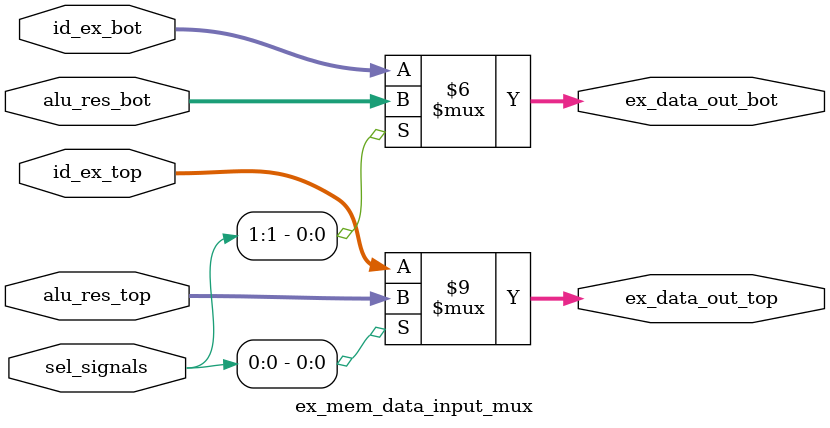
<source format=v>
/*
Module - EX/MEM Data Input Multiplexor
Author - Zach Walden
Last Changed - 2/17/22
Description - This module multiplexes the register file data values in the ID/EX register and the alu results into the data inputs of the EX/MEM register
Parameters -
*/

module ex_mem_data_input_mux(
	//input clock,
	input [1:0] sel_signals, 		//4 bits the low bit selects between the alu result and ID/EX data top values,
	input [7:0] id_ex_top,
	input [7:0] id_ex_bot,
	input [7:0] alu_res_top,
	input [7:0] alu_res_bot,
	output reg [7:0] ex_data_out_top,
	output reg [7:0] ex_data_out_bot
);

	always @ (*)
	begin
		if(sel_signals[0] == 1'b1)
		begin
			ex_data_out_top <= alu_res_top;
		end
		else
		begin
			ex_data_out_top <= id_ex_top;
		end
	end

	always @ (*)
	begin
		if(sel_signals[1] == 1'b1)
		begin
			ex_data_out_bot <= alu_res_bot;
		end
		else
		begin
			ex_data_out_bot <= id_ex_bot;
		end
	end

/*
// the "macro" to dump signals
`ifdef COCOTB_SIM
initial begin
  $dumpfile ("ex_mem_data_input_mux.vcd");
  $dumpvars (0, ex_mem_data_input_mux);
  #1;
end
`endif
*/
endmodule

</source>
